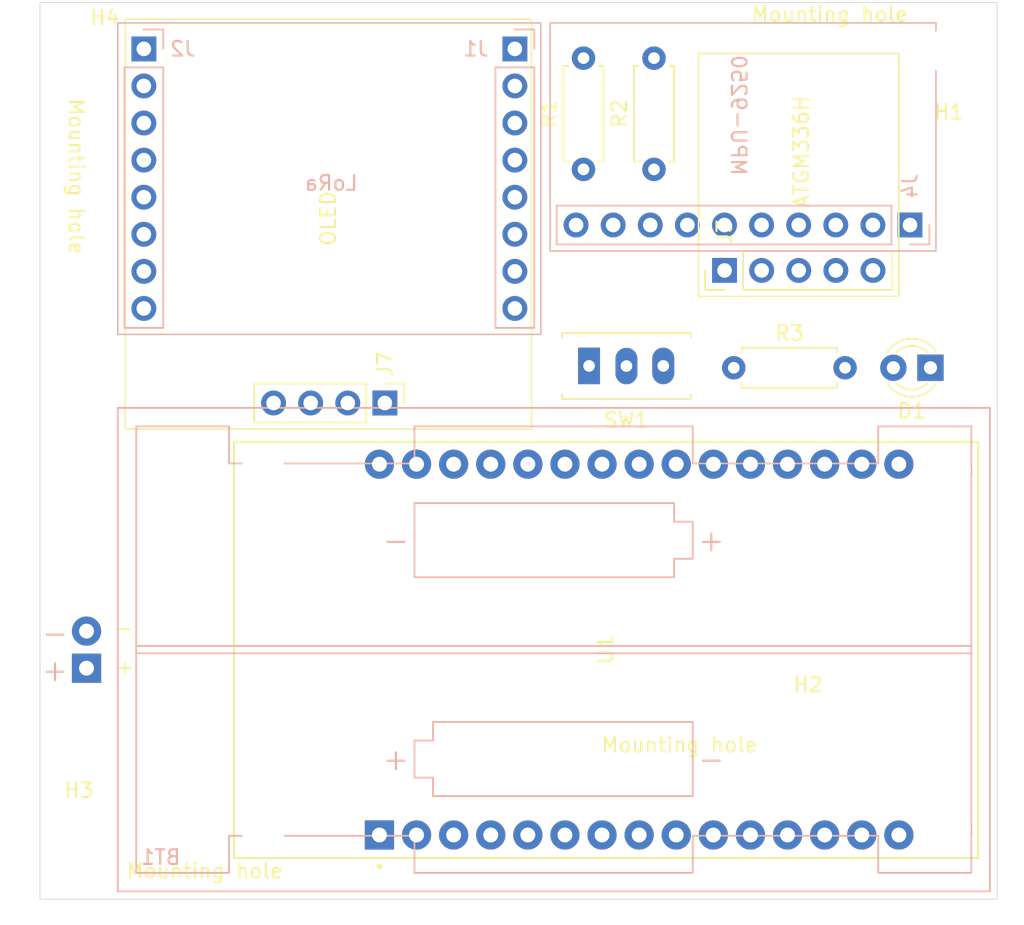
<source format=kicad_pcb>
(kicad_pcb (version 20240108) (generator "pcbnew") (generator_version "8.0")
  (layers (0 "F.Cu" signal) (31 "B.Cu" signal) (34 "B.Paste" user) (35 "F.Paste" user) (36 "B.SilkS" user "B.Silkscreen") (37 "F.SilkS" user "F.Silkscreen") (38 "B.Mask" user) (39 "F.Mask" user) (44 "Edge.Cuts" user))
  (net 0 "")
  (net 1 "+BATT")
  (net 2 "Net-(BT1--)")
  (net 3 "GND")
  (net 4 "Net-(D1-A)")
  (net 5 "DIO3")
  (net 6 "DIO0")
  (net 7 "DIO1")
  (net 8 "LORA_RST")
  (net 9 "+3.3V")
  (net 10 "DIO2")
  (net 11 "MOSI")
  (net 12 "DIO4")
  (net 13 "MISO")
  (net 14 "SCK")
  (net 15 "CS")
  (net 16 "DIO5")
  (net 18 "RX")
  (net 19 "TX")
  (net 20 "SDA")
  (net 25 "SCL")
  (net 28 "LED")
  (footprint "Resistor_THT:R_Axial_DIN0207_L6.3mm_D2.5mm_P7.62mm_Horizontal" (layer "F.Cu") (at 233.045 106.426)
    (property "Reference" "R3" (at 3.81 -2.37 0) (layer "F.SilkS"))
    (property "Value" "1 K")
    (fp_line (start 0.54 -1.37) (end 7.08 -1.37) (stroke (width 0.12)) (layer "F.SilkS"))
    (fp_line (start 0.54 -1.04) (end 0.54 -1.37) (stroke (width 0.12)) (layer "F.SilkS"))
    (fp_line (start 0.54 1.04) (end 0.54 1.37) (stroke (width 0.12)) (layer "F.SilkS"))
    (fp_line (start 0.54 1.37) (end 7.08 1.37) (stroke (width 0.12)) (layer "F.SilkS"))
    (fp_line (start 7.08 -1.37) (end 7.08 -1.04) (stroke (width 0.12)) (layer "F.SilkS"))
    (fp_line (start 7.08 1.37) (end 7.08 1.04) (stroke (width 0.12)) (layer "F.SilkS"))
    (pad "1" thru_hole circle (at 0 0) (size 1.6 1.6) (drill 0.8) (layers "*.Cu" "*.Mask") (net 28 "LED"))
    (pad "2" thru_hole oval (at 7.62 0) (size 1.6 1.6) (drill 0.8) (layers "*.Cu" "*.Mask") (net 4 "Net-(D1-A)"))
  )
  (footprint "MountingHole:MountingHole_3.2mm_M3" (layer "F.Cu") (at 188.214 139.573)
    (property "Reference" "H3" (at 0 -4.2 0) (layer "F.SilkS"))
    (property "Value" "MountingHole")
    (pad "" np_thru_hole circle (at 0 0) (size 3.2 3.2) (drill 3.2) (layers "*.Cu" "*.Mask"))
  )
  (footprint "Button_Switch_THT:SW_Slide_SPDT" (layer "F.Cu") (at 225.679 106.299)
    (property "Reference" "SW1" (at 0 3.707 0) (layer "F.SilkS"))
    (property "Value" "SW_SPDT")
    (fp_line (start -4.392 -2.251) (end 4.428 -2.251) (stroke (width 0.12)) (layer "F.SilkS"))
    (fp_line (start -4.392 -1.941) (end -4.392 -2.251) (stroke (width 0.12)) (layer "F.SilkS"))
    (fp_line (start -4.392 2.269) (end -4.392 1.959) (stroke (width 0.12)) (layer "F.SilkS"))
    (fp_line (start 4.428 -2.251) (end 4.428 -1.941) (stroke (width 0.12)) (layer "F.SilkS"))
    (fp_line (start 4.428 2.269) (end -4.392 2.269) (stroke (width 0.12)) (layer "F.SilkS"))
    (fp_line (start 4.428 2.269) (end 4.428 1.959) (stroke (width 0.12)) (layer "F.SilkS"))
    (pad "1" thru_hole rect (at -2.54 0) (size 1.5 2.5) (drill 0.8) (layers "*.Cu" "*.Mask") (net 3 "GND"))
    (pad "2" thru_hole oval (at 0.018 0.009) (size 1.5 2.5) (drill 0.8) (layers "*.Cu" "*.Mask") (net 2 "Net-(BT1--)"))
    (pad "3" thru_hole oval (at 2.54 0) (size 1.5 2.5) (drill 0.8) (layers "*.Cu" "*.Mask"))
  )
  (footprint "MountingHole:MountingHole_3.2mm_M3" (layer "F.Cu") (at 247.777 84.709)
    (property "Reference" "H1" (at 0 4.191 0) (layer "F.SilkS"))
    (property "Value" "MountingHole")
    (pad "" np_thru_hole circle (at 0 0) (size 3.2 3.2) (drill 3.2) (layers "*.Cu" "*.Mask"))
  )
  (footprint "Connector_PinHeader_2.54mm:PinHeader_1x04_P2.54mm_Vertical" (layer "F.Cu") (at 209.159 108.839 -90)
    (property "Reference" "J7" (at -2.667 -0.01 90) (layer "F.SilkS"))
    (property "Value" "OLED")
    (fp_line (start -1.33 8.95) (end 1.33 8.95) (stroke (width 0.12)) (layer "F.SilkS"))
    (fp_line (start -1.33 1.27) (end -1.33 8.95) (stroke (width 0.12)) (layer "F.SilkS"))
    (fp_line (start -1.33 1.27) (end 1.33 1.27) (stroke (width 0.12)) (layer "F.SilkS"))
    (fp_line (start 1.33 1.27) (end 1.33 8.95) (stroke (width 0.12)) (layer "F.SilkS"))
    (fp_line (start -1.33 0) (end -1.33 -1.33) (stroke (width 0.12)) (layer "F.SilkS"))
    (fp_line (start -1.33 -1.33) (end 0 -1.33) (stroke (width 0.12)) (layer "F.SilkS"))
    (pad "1" thru_hole rect (at 0 0 270) (size 1.7 1.7) (drill 1) (layers "*.Cu" "*.Mask") (net 3 "GND"))
    (pad "2" thru_hole oval (at 0 2.54 270) (size 1.7 1.7) (drill 1) (layers "*.Cu" "*.Mask") (net 9 "+3.3V"))
    (pad "3" thru_hole oval (at 0 5.08 270) (size 1.7 1.7) (drill 1) (layers "*.Cu" "*.Mask") (net 25 "SCL"))
    (pad "4" thru_hole oval (at 0 7.62 270) (size 1.7 1.7) (drill 1) (layers "*.Cu" "*.Mask") (net 20 "SDA"))
  )
  (footprint "Resistor_THT:R_Axial_DIN0207_L6.3mm_D2.5mm_P7.62mm_Horizontal" (layer "F.Cu") (at 227.584 92.837 90)
    (property "Reference" "R2" (at 3.81 -2.37 270) (layer "F.SilkS"))
    (property "Value" "1.8 K")
    (fp_line (start 7.08 -1.37) (end 7.08 -1.04) (stroke (width 0.12)) (layer "F.SilkS"))
    (fp_line (start 0.54 -1.37) (end 7.08 -1.37) (stroke (width 0.12)) (layer "F.SilkS"))
    (fp_line (start 0.54 -1.04) (end 0.54 -1.37) (stroke (width 0.12)) (layer "F.SilkS"))
    (fp_line (start 0.54 1.04) (end 0.54 1.37) (stroke (width 0.12)) (layer "F.SilkS"))
    (fp_line (start 7.08 1.37) (end 7.08 1.04) (stroke (width 0.12)) (layer "F.SilkS"))
    (fp_line (start 0.54 1.37) (end 7.08 1.37) (stroke (width 0.12)) (layer "F.SilkS"))
    (pad "1" thru_hole circle (at 0 0 90) (size 1.6 1.6) (drill 0.8) (layers "*.Cu" "*.Mask") (net 25 "SCL"))
    (pad "2" thru_hole oval (at 7.62 0 90) (size 1.6 1.6) (drill 0.8) (layers "*.Cu" "*.Mask") (net 3 "GND"))
  )
  (footprint "MountingHole:MountingHole_3.2mm_M3" (layer "F.Cu") (at 187.96 84.709)
    (property "Reference" "H4" (at 2.032 -2.286 180) (layer "F.SilkS"))
    (property "Value" "MountingHole")
    (pad "" np_thru_hole circle (at 0 0) (size 3.2 3.2) (drill 3.2) (layers "*.Cu" "*.Mask"))
  )
  (footprint "LED_THT:LED_D3.0mm" (layer "F.Cu") (at 246.512 106.426 180)
    (property "Reference" "D1" (at 1.27 -2.96 180) (layer "F.SilkS"))
    (property "Value" "RED")
    (fp_line (start -0.29 1.08) (end -0.29 1.236) (stroke (width 0.12)) (layer "F.SilkS"))
    (fp_line (start -0.29 -1.236) (end -0.29 -1.08) (stroke (width 0.12)) (layer "F.SilkS"))
    (fp_arc (start 2.942335 1.078608) (mid 1.366487 1.987659) (end -0.29 1.235516) (stroke (width 0.12)) (layer "F.SilkS"))
    (fp_arc (start 2.31113 1.079837) (mid 1.270117 1.5) (end 0.229039 1.08) (stroke (width 0.12)) (layer "F.SilkS"))
    (fp_arc (start 0.229039 -1.08) (mid 1.270117 -1.5) (end 2.31113 -1.079837) (stroke (width 0.12)) (layer "F.SilkS"))
    (fp_arc (start -0.29 -1.235516) (mid 1.366487 -1.987659) (end 2.942335 -1.078608) (stroke (width 0.12)) (layer "F.SilkS"))
    (pad "1" thru_hole rect (at 0 0 180) (size 1.8 1.8) (drill 0.9) (layers "*.Cu" "*.Mask") (net 3 "GND"))
    (pad "2" thru_hole circle (at 2.54 0 180) (size 1.8 1.8) (drill 0.9) (layers "*.Cu" "*.Mask") (net 4 "Net-(D1-A)"))
  )
  (footprint "Resistor_THT:R_Axial_DIN0207_L6.3mm_D2.5mm_P7.62mm_Horizontal" (layer "F.Cu") (at 222.758 92.837 90)
    (property "Reference" "R1" (at 3.81 -2.37 270) (layer "F.SilkS"))
    (property "Value" "1.8 K")
    (fp_line (start 7.08 -1.37) (end 7.08 -1.04) (stroke (width 0.12)) (layer "F.SilkS"))
    (fp_line (start 0.54 -1.37) (end 7.08 -1.37) (stroke (width 0.12)) (layer "F.SilkS"))
    (fp_line (start 0.54 -1.04) (end 0.54 -1.37) (stroke (width 0.12)) (layer "F.SilkS"))
    (fp_line (start 0.54 1.04) (end 0.54 1.37) (stroke (width 0.12)) (layer "F.SilkS"))
    (fp_line (start 7.08 1.37) (end 7.08 1.04) (stroke (width 0.12)) (layer "F.SilkS"))
    (fp_line (start 0.54 1.37) (end 7.08 1.37) (stroke (width 0.12)) (layer "F.SilkS"))
    (pad "1" thru_hole circle (at 0 0 90) (size 1.6 1.6) (drill 0.8) (layers "*.Cu" "*.Mask") (net 20 "SDA"))
    (pad "2" thru_hole oval (at 7.62 0 90) (size 1.6 1.6) (drill 0.8) (layers "*.Cu" "*.Mask") (net 3 "GND"))
  )
  (footprint "ESP32-DEVKIT-V1:MODULE_ESP32_DEVKIT_V1" (layer "F.Cu") (at 224.303 125.73 90)
    (property "Reference" "U1" (at 0 -0.021 90) (layer "F.SilkS"))
    (property "Value" "ESP32-DEVKIT-V1")
    (fp_line (start 14.23 -25.475) (end 14.23 25.475) (stroke (width 0.127)) (layer "F.SilkS"))
    (fp_line (start 14.23 -25.475) (end 14.23 25.475) (stroke (width 0.127)) (layer "F.SilkS"))
    (fp_line (start 3.5 -25.475) (end 14.23 -25.475) (stroke (width 0.127)) (layer "F.SilkS"))
    (fp_line (start -3.211 -25.475) (end 3.5 -25.475) (stroke (width 0.127)) (layer "F.SilkS"))
    (fp_line (start -14.28 -25.475) (end 14.23 -25.475) (stroke (width 0.127)) (layer "F.SilkS"))
    (fp_line (start -14.28 -25.475) (end -3.211 -25.475) (stroke (width 0.127)) (layer "F.SilkS"))
    (fp_line (start 14.23 25.475) (end -14.28 25.475) (stroke (width 0.127)) (layer "F.SilkS"))
    (fp_line (start 8.78 25.475) (end 14.23 25.475) (stroke (width 0.127)) (layer "F.SilkS"))
    (fp_line (start -8.91 25.475) (end 8.78 25.475) (stroke (width 0.127)) (layer "F.SilkS"))
    (fp_line (start -14.28 25.475) (end -14.28 -25.475) (stroke (width 0.127)) (layer "F.SilkS"))
    (fp_line (start -14.28 25.475) (end -14.28 -25.475) (stroke (width 0.127)) (layer "F.SilkS"))
    (fp_line (start -14.28 25.475) (end -8.91 25.475) (stroke (width 0.127)) (layer "F.SilkS"))
    (fp_circle (center -14.85 -15.515) (end -14.75 -15.515) (stroke (width 0.2)) (fill none) (layer "F.SilkS"))
    (pad "" np_thru_hole circle (at -12.28 -23.475 90) (size 3 3) (drill 3) (layers "*.Cu" "*.Mask"))
    (pad "" np_thru_hole circle (at -12.28 23.475 90) (size 3 3) (drill 3) (layers "*.Cu" "*.Mask"))
    (pad "" np_thru_hole circle (at 12.23 -23.475 90) (size 3 3) (drill 3) (layers "*.Cu" "*.Mask"))
    (pad "" np_thru_hole circle (at 12.23 23.475 90) (size 3 3) (drill 3) (layers "*.Cu" "*.Mask"))
    (pad "1" thru_hole rect (at -12.7 -15.515 90) (size 2 2) (drill 1.02) (layers "*.Cu" "*.Mask") (net 9 "+3.3V"))
    (pad "2" thru_hole circle (at -12.7 -12.975 90) (size 2 2) (drill 1.02) (layers "*.Cu" "*.Mask") (net 3 "GND"))
    (pad "3" thru_hole circle (at -12.7 -10.435 90) (size 2 2) (drill 1.02) (layers "*.Cu" "*.Mask"))
    (pad "4" thru_hole circle (at -12.7 -7.895 90) (size 2 2) (drill 1.02) (layers "*.Cu" "*.Mask") (net 15 "CS"))
    (pad "5" thru_hole circle (at -12.7 -5.355 90) (size 2 2) (drill 1.02) (layers "*.Cu" "*.Mask"))
    (pad "6" thru_hole circle (at -12.7 -2.815 90) (size 2 2) (drill 1.02) (layers "*.Cu" "*.Mask") (net 18 "RX"))
    (pad "7" thru_hole circle (at -12.7 -0.275 90) (size 2 2) (drill 1.02) (layers "*.Cu" "*.Mask") (net 19 "TX"))
    (pad "8" thru_hole circle (at -12.7 2.265 90) (size 2 2) (drill 1.02) (layers "*.Cu" "*.Mask"))
    (pad "9" thru_hole circle (at -12.7 4.805 90) (size 2 2) (drill 1.02) (layers "*.Cu" "*.Mask") (net 14 "SCK"))
    (pad "10" thru_hole circle (at -12.7 7.345 90) (size 2 2) (drill 1.02) (layers "*.Cu" "*.Mask") (net 13 "MISO"))
    (pad "11" thru_hole circle (at -12.7 9.885 90) (size 2 2) (drill 1.02) (layers "*.Cu" "*.Mask") (net 20 "SDA"))
    (pad "12" thru_hole circle (at -12.7 12.425 90) (size 2 2) (drill 1.02) (layers "*.Cu" "*.Mask"))
    (pad "13" thru_hole circle (at -12.7 14.965 90) (size 2 2) (drill 1.02) (layers "*.Cu" "*.Mask"))
    (pad "14" thru_hole circle (at -12.7 17.505 90) (size 2 2) (drill 1.02) (layers "*.Cu" "*.Mask") (net 25 "SCL"))
    (pad "15" thru_hole circle (at -12.7 20.045 90) (size 2 2) (drill 1.02) (layers "*.Cu" "*.Mask"))
    (pad "16" thru_hole circle (at 12.7 20.045 90) (size 2 2) (drill 1.02) (layers "*.Cu" "*.Mask"))
    (pad "17" thru_hole circle (at 12.7 17.505 90) (size 2 2) (drill 1.02) (layers "*.Cu" "*.Mask"))
    (pad "18" thru_hole circle (at 12.7 14.965 90) (size 2 2) (drill 1.02) (layers "*.Cu" "*.Mask"))
    (pad "19" thru_hole circle (at 12.7 12.425 90) (size 2 2) (drill 1.02) (layers "*.Cu" "*.Mask"))
    (pad "20" thru_hole circle (at 12.7 9.885 90) (size 2 2) (drill 1.02) (layers "*.Cu" "*.Mask"))
    (pad "21" thru_hole circle (at 12.7 7.345 90) (size 2 2) (drill 1.02) (layers "*.Cu" "*.Mask"))
    (pad "22" thru_hole circle (at 12.7 4.805 90) (size 2 2) (drill 1.02) (layers "*.Cu" "*.Mask"))
    (pad "23" thru_hole circle (at 12.7 2.265 90) (size 2 2) (drill 1.02) (layers "*.Cu" "*.Mask") (net 11 "MOSI"))
    (pad "24" thru_hole circle (at 12.7 -0.275 90) (size 2 2) (drill 1.02) (layers "*.Cu" "*.Mask"))
    (pad "25" thru_hole circle (at 12.7 -2.815 90) (size 2 2) (drill 1.02) (layers "*.Cu" "*.Mask"))
    (pad "26" thru_hole circle (at 12.7 -5.355 90) (size 2 2) (drill 1.02) (layers "*.Cu" "*.Mask") (net 6 "DIO0"))
    (pad "27" thru_hole circle (at 12.7 -7.895 90) (size 2 2) (drill 1.02) (layers "*.Cu" "*.Mask") (net 8 "LORA_RST"))
    (pad "28" thru_hole circle (at 12.7 -10.435 90) (size 2 2) (drill 1.02) (layers "*.Cu" "*.Mask") (net 28 "LED"))
    (pad "29" thru_hole circle (at 12.7 -12.975 90) (size 2 2) (drill 1.02) (layers "*.Cu" "*.Mask") (net 3 "GND"))
    (pad "30" thru_hole circle (at 12.7 -15.515 90) (size 2 2) (drill 1.02) (layers "*.Cu" "*.Mask") (net 1 "+BATT"))
  )
  (footprint "MountingHole:MountingHole_3.2mm_M3" (layer "F.Cu") (at 238.125 132.334)
    (property "Reference" "H2" (at 0 -4.2 0) (layer "F.SilkS"))
    (property "Value" "MountingHole")
    (pad "" np_thru_hole circle (at 0 0) (size 3.2 3.2) (drill 3.2) (layers "*.Cu" "*.Mask"))
  )
  (footprint "Connector_PinHeader_2.54mm:PinHeader_1x05_P2.54mm_Vertical" (layer "F.Cu") (at 232.415 99.7585 90)
    (property "Reference" "J3" (at 2.667 -0.005 270) (layer "F.SilkS"))
    (property "Value" "GPS")
    (fp_line (start -1.33 -1.33) (end 0 -1.33) (stroke (width 0.12)) (layer "F.SilkS"))
    (fp_line (start -1.33 0) (end -1.33 -1.33) (stroke (width 0.12)) (layer "F.SilkS"))
    (fp_line (start 1.33 1.27) (end 1.33 11.49) (stroke (width 0.12)) (layer "F.SilkS"))
    (fp_line (start -1.33 1.27) (end 1.33 1.27) (stroke (width 0.12)) (layer "F.SilkS"))
    (fp_line (start -1.33 1.27) (end -1.33 11.49) (stroke (width 0.12)) (layer "F.SilkS"))
    (fp_line (start -1.33 11.49) (end 1.33 11.49) (stroke (width 0.12)) (layer "F.SilkS"))
    (pad "1" thru_hole rect (at 0 0 90) (size 1.7 1.7) (drill 1) (layers "*.Cu" "*.Mask") (net 9 "+3.3V"))
    (pad "2" thru_hole oval (at 0 2.54 90) (size 1.7 1.7) (drill 1) (layers "*.Cu" "*.Mask") (net 3 "GND"))
    (pad "3" thru_hole oval (at 0 5.08 90) (size 1.7 1.7) (drill 1) (layers "*.Cu" "*.Mask") (net 19 "TX"))
    (pad "4" thru_hole oval (at 0 7.62 90) (size 1.7 1.7) (drill 1) (layers "*.Cu" "*.Mask") (net 18 "RX"))
    (pad "5" thru_hole oval (at 0 10.16 90) (size 1.7 1.7) (drill 1) (layers "*.Cu" "*.Mask"))
  )
  (footprint "Connector_PinHeader_2.54mm:PinHeader_1x08_P2.54mm_Vertical" (layer "B.Cu") (at 192.659 84.582 180)
    (property "Reference" "J2" (at -2.667 0 180) (layer "B.SilkS") (effects (justify mirror)))
    (property "Value" "Right")
    (fp_line (start 1.33 -1.27) (end -1.33 -1.27) (stroke (width 0.12)) (layer "B.SilkS"))
    (fp_line (start 1.33 -19.11) (end 1.33 -1.27) (stroke (width 0.12)) (layer "B.SilkS"))
    (fp_line (start 1.33 -19.11) (end -1.33 -19.11) (stroke (width 0.12)) (layer "B.SilkS"))
    (fp_line (start 0 1.33) (end -1.33 1.33) (stroke (width 0.12)) (layer "B.SilkS"))
    (fp_line (start -1.33 1.33) (end -1.33 0) (stroke (width 0.12)) (layer "B.SilkS"))
    (fp_line (start -1.33 -19.11) (end -1.33 -1.27) (stroke (width 0.12)) (layer "B.SilkS"))
    (pad "1" thru_hole rect (at 0 0 180) (size 1.7 1.7) (drill 1) (layers "*.Cu" "*.Mask") (net 3 "GND"))
    (pad "2" thru_hole oval (at 0 -2.54 180) (size 1.7 1.7) (drill 1) (layers "*.Cu" "*.Mask") (net 15 "CS"))
    (pad "3" thru_hole oval (at 0 -5.08 180) (size 1.7 1.7) (drill 1) (layers "*.Cu" "*.Mask") (net 11 "MOSI"))
    (pad "4" thru_hole oval (at 0 -7.62 180) (size 1.7 1.7) (drill 1) (layers "*.Cu" "*.Mask") (net 13 "MISO"))
    (pad "5" thru_hole oval (at 0 -10.16 180) (size 1.7 1.7) (drill 1) (layers "*.Cu" "*.Mask") (net 14 "SCK"))
    (pad "6" thru_hole oval (at 0 -12.7 180) (size 1.7 1.7) (drill 1) (layers "*.Cu" "*.Mask") (net 16 "DIO5"))
    (pad "7" thru_hole oval (at 0 -15.24 180) (size 1.7 1.7) (drill 1) (layers "*.Cu" "*.Mask") (net 12 "DIO4"))
    (pad "8" thru_hole oval (at 0 -17.78 180) (size 1.7 1.7) (drill 1) (layers "*.Cu" "*.Mask") (net 3 "GND"))
  )
  (footprint "Battery:BatteryHolder_Keystone_2462_2xAA" (layer "B.Cu") (at 193.561 133.227)
    (property "Reference" "BT1" (at 0.241 6.727 360) (layer "B.SilkS") (effects (justify mirror)))
    (property "Value" "3V")
    (fp_line (start -2.69 -24.055) (end -2.69 9.065) (stroke (width 0.12)) (layer "B.SilkS"))
    (fp_line (start -2.69 9.065) (end 57.02 9.065) (stroke (width 0.12)) (layer "B.SilkS"))
    (fp_line (start -1.42 -22.785) (end -1.42 7.795) (stroke (width 0.12)) (layer "B.SilkS"))
    (fp_line (start -1.42 -7.749) (end 55.75 -7.749) (stroke (width 0.12)) (layer "B.SilkS"))
    (fp_line (start -1.42 7.795) (end 4.925 7.795) (stroke (width 0.12)) (layer "B.SilkS"))
    (fp_line (start 4.925 -22.785) (end -1.42 -22.785) (stroke (width 0.12)) (layer "B.SilkS"))
    (fp_line (start 4.925 -20.245) (end 4.925 -22.785) (stroke (width 0.12)) (layer "B.SilkS"))
    (fp_line (start 4.925 7.795) (end 4.925 5.255) (stroke (width 0.12)) (layer "B.SilkS"))
    (fp_line (start 17.625 -22.785) (end 17.625 -20.245) (stroke (width 0.12)) (layer "B.SilkS"))
    (fp_line (start 17.625 -20.245) (end 4.925 -20.245) (stroke (width 0.12)) (layer "B.SilkS"))
    (fp_line (start 17.625 -17.53) (end 35.405 -17.53) (stroke (width 0.12)) (layer "B.SilkS"))
    (fp_line (start 17.625 -12.45) (end 17.625 -17.53) (stroke (width 0.12)) (layer "B.SilkS"))
    (fp_line (start 17.625 -1.27) (end 18.895 -1.27) (stroke (width 0.12)) (layer "B.SilkS"))
    (fp_line (start 17.625 1.27) (end 17.625 -1.27) (stroke (width 0.12)) (layer "B.SilkS"))
    (fp_line (start 17.625 5.255) (end 4.925 5.255) (stroke (width 0.12)) (layer "B.SilkS"))
    (fp_line (start 17.625 5.255) (end 17.625 7.795) (stroke (width 0.12)) (layer "B.SilkS"))
    (fp_line (start 17.625 7.795) (end 36.675 7.795) (stroke (width 0.12)) (layer "B.SilkS"))
    (fp_line (start 18.895 -2.54) (end 36.675 -2.54) (stroke (width 0.12)) (layer "B.SilkS"))
    (fp_line (start 18.895 -1.27) (end 18.895 -2.54) (stroke (width 0.12)) (layer "B.SilkS"))
    (fp_line (start 18.895 1.27) (end 17.625 1.27) (stroke (width 0.12)) (layer "B.SilkS"))
    (fp_line (start 18.895 2.54) (end 18.895 1.27) (stroke (width 0.12)) (layer "B.SilkS"))
    (fp_line (start 35.405 -17.53) (end 35.405 -16.26) (stroke (width 0.12)) (layer "B.SilkS"))
    (fp_line (start 35.405 -16.26) (end 36.675 -16.26) (stroke (width 0.12)) (layer "B.SilkS"))
    (fp_line (start 35.405 -13.72) (end 35.405 -12.45) (stroke (width 0.12)) (layer "B.SilkS"))
    (fp_line (start 35.405 -12.45) (end 17.625 -12.45) (stroke (width 0.12)) (layer "B.SilkS"))
    (fp_line (start 36.675 -22.785) (end 17.625 -22.785) (stroke (width 0.12)) (layer "B.SilkS"))
    (fp_line (start 36.675 -20.245) (end 36.675 -22.785) (stroke (width 0.12)) (layer "B.SilkS"))
    (fp_line (start 36.675 -20.245) (end 49.375 -20.245) (stroke (width 0.12)) (layer "B.SilkS"))
    (fp_line (start 36.675 -16.26) (end 36.675 -13.72) (stroke (width 0.12)) (layer "B.SilkS"))
    (fp_line (start 36.675 -13.72) (end 35.405 -13.72) (stroke (width 0.12)) (layer "B.SilkS"))
    (fp_line (start 36.675 -2.54) (end 36.675 1.27) (stroke (width 0.12)) (layer "B.SilkS"))
    (fp_line (start 36.675 1.27) (end 36.675 2.54) (stroke (width 0.12)) (layer "B.SilkS"))
    (fp_line (start 36.675 2.54) (end 18.895 2.54) (stroke (width 0.12)) (layer "B.SilkS"))
    (fp_line (start 36.675 5.255) (end 49.375 5.255) (stroke (width 0.12)) (layer "B.SilkS"))
    (fp_line (start 36.675 7.795) (end 36.675 5.255) (stroke (width 0.12)) (layer "B.SilkS"))
    (fp_line (start 49.375 -22.785) (end 55.75 -22.785) (stroke (width 0.12)) (layer "B.SilkS"))
    (fp_line (start 49.375 -20.245) (end 49.375 -22.785) (stroke (width 0.12)) (layer "B.SilkS"))
    (fp_line (start 49.375 5.255) (end 49.375 7.795) (stroke (width 0.12)) (layer "B.SilkS"))
    (fp_line (start 49.375 7.795) (end 55.75 7.795) (stroke (width 0.12)) (layer "B.SilkS"))
    (fp_line (start 55.75 -22.785) (end 55.75 7.795) (stroke (width 0.12)) (layer "B.SilkS"))
    (fp_line (start 55.75 -7.241) (end -1.42 -7.241) (stroke (width 0.12)) (layer "B.SilkS"))
    (fp_line (start 57.02 -24.055) (end -2.69 -24.055) (stroke (width 0.12)) (layer "B.SilkS"))
    (fp_line (start 57.02 9.065) (end 57.02 -24.055) (stroke (width 0.12)) (layer "B.SilkS"))
    (fp_text user "+" (at 16.355 0 360) (layer "B.SilkS") (effects (font (size 1.5 1.5)) (justify mirror)))
    (fp_text user "-" (at 16.355 -14.99 360) (layer "B.SilkS") (effects (font (size 1.5 1.5)) (justify mirror)))
    (fp_text user "+" (at 37.945 -14.99 360) (layer "B.SilkS") (effects (font (size 1.5 1.5)) (justify mirror)))
    (fp_text user "-" (at -6.985 -8.636 360) (layer "B.SilkS") (effects (font (size 1.5 1.5)) (justify mirror)))
    (fp_text user "-" (at 37.945 0 360) (layer "B.SilkS") (effects (font (size 1.5 1.5)) (justify mirror)))
    (fp_text user "+" (at -6.985 -6.096 360) (layer "B.SilkS") (effects (font (size 1.5 1.5)) (justify mirror)))
    (pad "" np_thru_hole circle (at 27.165 -14.99) (size 3.3 3.3) (drill 3.3) (layers "*.Cu" "*.Mask"))
    (pad "" np_thru_hole circle (at 27.165 0) (size 3.3 3.3) (drill 3.3) (layers "*.Cu" "*.Mask"))
    (pad "1" thru_hole rect (at -4.826 -6.223) (size 2 2) (drill 1.02) (layers "*.Cu" "*.Mask") (net 1 "+BATT"))
    (pad "2" thru_hole circle (at -4.826 -8.763) (size 2 2) (drill 1.02) (layers "*.Cu" "*.Mask") (net 2 "Net-(BT1--)"))
  )
  (footprint "Connector_PinHeader_2.54mm:PinHeader_1x08_P2.54mm_Vertical" (layer "B.Cu") (at 218.059 84.582 180)
    (property "Reference" "J1" (at 2.667 0 180) (layer "B.SilkS") (effects (justify mirror)))
    (property "Value" "Left")
    (fp_line (start 1.33 -1.27) (end -1.33 -1.27) (stroke (width 0.12)) (layer "B.SilkS"))
    (fp_line (start 1.33 -19.11) (end 1.33 -1.27) (stroke (width 0.12)) (layer "B.SilkS"))
    (fp_line (start 1.33 -19.11) (end -1.33 -19.11) (stroke (width 0.12)) (layer "B.SilkS"))
    (fp_line (start 0 1.33) (end -1.33 1.33) (stroke (width 0.12)) (layer "B.SilkS"))
    (fp_line (start -1.33 1.33) (end -1.33 0) (stroke (width 0.12)) (layer "B.SilkS"))
    (fp_line (start -1.33 -19.11) (end -1.33 -1.27) (stroke (width 0.12)) (layer "B.SilkS"))
    (pad "1" thru_hole rect (at 0 0 180) (size 1.7 1.7) (drill 1) (layers "*.Cu" "*.Mask") (net 3 "GND"))
    (pad "2" thru_hole oval (at 0 -2.54 180) (size 1.7 1.7) (drill 1) (layers "*.Cu" "*.Mask") (net 3 "GND"))
    (pad "3" thru_hole oval (at 0 -5.08 180) (size 1.7 1.7) (drill 1) (layers "*.Cu" "*.Mask") (net 9 "+3.3V"))
    (pad "4" thru_hole oval (at 0 -7.62 180) (size 1.7 1.7) (drill 1) (layers "*.Cu" "*.Mask") (net 8 "LORA_RST"))
    (pad "5" thru_hole oval (at 0 -10.16 180) (size 1.7 1.7) (drill 1) (layers "*.Cu" "*.Mask") (net 6 "DIO0"))
    (pad "6" thru_hole oval (at 0 -12.7 180) (size 1.7 1.7) (drill 1) (layers "*.Cu" "*.Mask") (net 7 "DIO1"))
    (pad "7" thru_hole oval (at 0 -15.24 180) (size 1.7 1.7) (drill 1) (layers "*.Cu" "*.Mask") (net 10 "DIO2"))
    (pad "8" thru_hole oval (at 0 -17.78 180) (size 1.7 1.7) (drill 1) (layers "*.Cu" "*.Mask") (net 5 "DIO3"))
  )
  (footprint "Connector_PinHeader_2.54mm:PinHeader_1x10_P2.54mm_Vertical" (layer "B.Cu") (at 245.11 96.647 90)
    (property "Reference" "J4" (at 2.667 0 270) (layer "B.SilkS") (effects (justify mirror)))
    (property "Value" "MPU-9250")
    (fp_line (start 1.33 -24.19) (end -1.33 -24.19) (stroke (width 0.12)) (layer "B.SilkS"))
    (fp_line (start 1.33 -24.19) (end 1.33 -1.27) (stroke (width 0.12)) (layer "B.SilkS"))
    (fp_line (start -1.33 -24.19) (end -1.33 -1.27) (stroke (width 0.12)) (layer "B.SilkS"))
    (fp_line (start 1.33 -1.27) (end -1.33 -1.27) (stroke (width 0.12)) (layer "B.SilkS"))
    (fp_line (start 0 1.33) (end -1.33 1.33) (stroke (width 0.12)) (layer "B.SilkS"))
    (fp_line (start -1.33 1.33) (end -1.33 0) (stroke (width 0.12)) (layer "B.SilkS"))
    (pad "1" thru_hole rect (at 0 0 90) (size 1.7 1.7) (drill 1) (layers "*.Cu" "*.Mask") (net 9 "+3.3V"))
    (pad "2" thru_hole oval (at 0 -2.54 90) (size 1.7 1.7) (drill 1) (layers "*.Cu" "*.Mask") (net 3 "GND"))
    (pad "3" thru_hole oval (at 0 -5.08 90) (size 1.7 1.7) (drill 1) (layers "*.Cu" "*.Mask") (net 25 "SCL"))
    (pad "4" thru_hole oval (at 0 -7.62 90) (size 1.7 1.7) (drill 1) (layers "*.Cu" "*.Mask") (net 20 "SDA"))
    (pad "5" thru_hole oval (at 0 -10.16 90) (size 1.7 1.7) (drill 1) (layers "*.Cu" "*.Mask"))
    (pad "6" thru_hole oval (at 0 -12.7 90) (size 1.7 1.7) (drill 1) (layers "*.Cu" "*.Mask"))
    (pad "7" thru_hole oval (at 0 -15.24 90) (size 1.7 1.7) (drill 1) (layers "*.Cu" "*.Mask"))
    (pad "8" thru_hole oval (at 0 -17.78 90) (size 1.7 1.7) (drill 1) (layers "*.Cu" "*.Mask"))
    (pad "9" thru_hole oval (at 0 -20.32 90) (size 1.7 1.7) (drill 1) (layers "*.Cu" "*.Mask"))
    (pad "10" thru_hole oval (at 0 -22.86 90) (size 1.7 1.7) (drill 1) (layers "*.Cu" "*.Mask"))
  )
  (gr_line (start 246.888 82.804) (end 246.888 98.425) (stroke (width 0.1)) (layer "B.SilkS"))
  (gr_line (start 190.881 104.14) (end 219.837 104.14) (stroke (width 0.1)) (layer "B.SilkS"))
  (gr_line (start 190.881 82.804) (end 190.881 104.14) (stroke (width 0.1)) (layer "B.SilkS"))
  (gr_line (start 246.888 98.425) (end 220.472 98.425) (stroke (width 0.1)) (layer "B.SilkS"))
  (gr_line (start 219.837 104.14) (end 219.837 82.804) (stroke (width 0.1)) (layer "B.SilkS"))
  (gr_line (start 220.472 98.425) (end 220.472 82.804) (stroke (width 0.1)) (layer "B.SilkS"))
  (gr_line (start 220.472 82.804) (end 246.888 82.804) (stroke (width 0.1)) (layer "B.SilkS"))
  (gr_line (start 219.837 82.804) (end 190.881 82.804) (stroke (width 0.1)) (layer "B.SilkS"))
  (gr_line (start 219.202 82.55) (end 191.389 82.55) (stroke (width 0.1)) (layer "F.SilkS"))
  (gr_line (start 219.202 110.617) (end 191.389 110.617) (stroke (width 0.1)) (layer "F.SilkS"))
  (gr_line (start 244.348 101.5365) (end 244.348 84.8995) (stroke (width 0.1)) (layer "F.SilkS"))
  (gr_line (start 244.348 84.8995) (end 230.632 84.8995) (stroke (width 0.1)) (layer "F.SilkS"))
  (gr_line (start 191.389 110.617) (end 191.389 82.55) (stroke (width 0.1)) (layer "F.SilkS"))
  (gr_line (start 230.632 101.5365) (end 244.348 101.5365) (stroke (width 0.1)) (layer "F.SilkS"))
  (gr_line (start 219.202 110.617) (end 219.202 82.55) (stroke (width 0.1)) (layer "F.SilkS"))
  (gr_line (start 230.632 84.8995) (end 230.632 101.5365) (stroke (width 0.1)) (layer "F.SilkS"))
  (gr_rect (start 185.546999 81.407) (end 251.079 142.825001) (stroke (width 0.05)) (fill none) (layer "Edge.Cuts"))
  (gr_text "LoRa" (at 207.391 94.361 -0) (layer "B.SilkS") (effects (font (size 1 1)) (justify left bottom mirror)))
  (gr_text "MPU-9250" (at 232.791 93.345 -90) (layer "B.SilkS") (effects (font (size 1 1)) (justify left bottom mirror)))
  (gr_text "Mounting hole" (at 223.901 132.842 0) (layer "F.SilkS") (effects (font (size 1 1)) (justify left bottom)))
  (gr_text "ATGM336H" (at 238.252 95.5675 90) (layer "F.SilkS") (effects (font (size 1 1)) (justify left bottom)))
  (gr_text "+\n" (at 190.627 127.508 0) (layer "F.SilkS") (effects (font (size 1 1)) (justify left bottom)))
  (gr_text "-" (at 190.627 124.841 0) (layer "F.SilkS") (effects (font (size 1 1)) (justify left bottom)))
  (gr_text "Mounting hole" (at 187.452 87.884 -90) (layer "F.SilkS") (effects (font (size 1 1)) (justify left bottom)))
  (gr_text "Mounting hole" (at 234.188 82.804 0) (layer "F.SilkS") (effects (font (size 1 1)) (justify left bottom)))
  (gr_text "OLED" (at 205.867 98.171 90) (layer "F.SilkS") (effects (font (size 1 1)) (justify left bottom)))
  (gr_text "Mounting hole" (at 191.389 141.478 0) (layer "F.SilkS") (effects (font (size 1 1)) (justify left bottom)))
)
</source>
